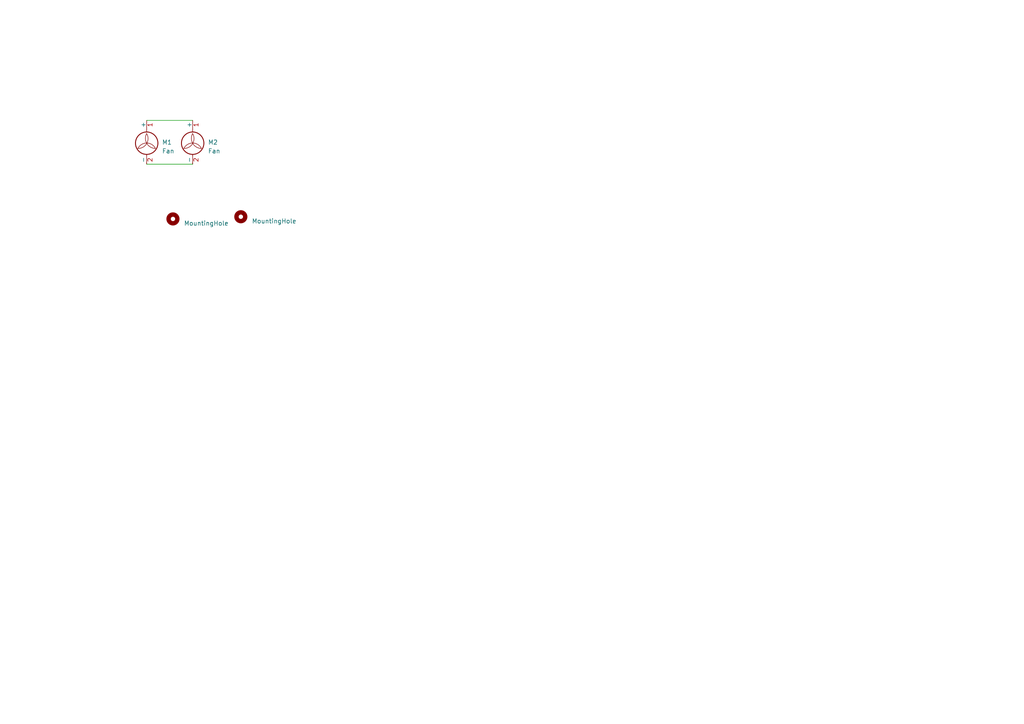
<source format=kicad_sch>
(kicad_sch (version 20230121) (generator eeschema)
  (paper "A4")
  (lib_symbols
    (symbol "Mechanical:MountingHole" (pin_names (offset 1.016))
      (property "Reference" "H" (at 0 5.08 0))
      (property "Value" "MountingHole" (at 0 3.175 0))
      (symbol "MountingHole_0_1"
        (circle (center 0 0) (radius 1.27) (stroke (width 1.27)))
      )
    )
    (symbol "Motor:Fan" (pin_names (offset 0))
      (property "Reference" "M" (at 2.54 5.08 0))
      (property "Value" "Fan" (at 2.54 -2.54 0))
      (symbol "Fan_0_1"
        (arc (start -2.54 -0.508) (mid 0.0028 0.9121) (end 0 3.81))
        (polyline (pts (xy 0 -5.08) (xy 0 -4.572)))
        (polyline (pts (xy 0 -2.2352) (xy 0 -2.6416)))
        (polyline (pts (xy 0 4.2672) (xy 0 4.6228)))
        (polyline (pts (xy 0 4.572) (xy 0 5.08)))
        (circle (center 0 1.016) (radius 3.2512) (stroke (width 0.254)))
        (arc (start 0 3.81) (mid 0.053 0.921) (end 2.54 -0.508))
        (arc (start 2.54 -0.508) (mid 0 1.0618) (end -2.54 -0.508))
      )
      (symbol "Fan_1_1"
        (pin passive line (at 0 7.62 270) (length 2.54) (name "+") (number "1"))
        (pin passive line (at 0 -5.08 90) (length 2.54) (name "-") (number "2"))
      )
    )
  )
  (wire (pts (xy 42.545 47.625) (xy 55.88 47.625)))
  (wire (pts (xy 42.545 34.925) (xy 55.88 34.925)))
  (symbol (lib_id "Motor:Fan") (at 55.88 42.545 0) (unit 1)
    (property "Reference" "M2" (at 60.325 41.275 0) (effects (justify left)))
    (property "Value" "Fan" (at 60.325 43.815 0) (effects (justify left)))
    (property "Footprint" "Connector_JST:JST_XH_B2B-XH-A_1x02_P2.50mm_Vertical" (effects hide))
  )
  (symbol (lib_id "Mechanical:MountingHole") (at 50.165 63.5 0) (unit 1)
    (property "Reference" "H1" (effects hide))
    (property "Value" "MountingHole" (at 53.34 64.77 0) (effects (justify left)))
    (property "Footprint" "MountingHole:MountingHole_3.2mm_M3_DIN965_Pad" (effects hide))
  )
  (symbol (lib_id "Motor:Fan") (at 42.545 42.545 0) (unit 1)
    (property "Reference" "M1" (at 46.99 41.275 0) (effects (justify left)))
    (property "Value" "Fan" (at 46.99 43.815 0) (effects (justify left)))
    (property "Footprint" "Connector_JST:JST_XH_B2B-XH-A_1x02_P2.50mm_Vertical" (effects hide))
  )
  (symbol (lib_id "Mechanical:MountingHole") (at 69.85 62.865 0) (unit 1)
    (property "Reference" "H2" (effects hide))
    (property "Value" "MountingHole" (at 73.025 64.135 0) (effects (justify left)))
    (property "Footprint" "MountingHole:MountingHole_3.2mm_M3_DIN965_Pad" (effects hide))
  )
)
</source>
